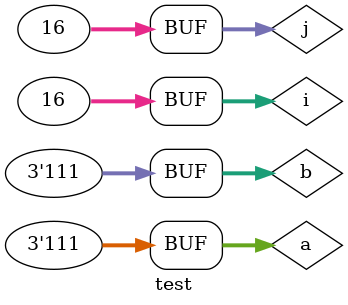
<source format=v>


module three_bits_multiplier(s,a,b);
output [5:0] s;
input [2:0] a;
input [2:0] b;
wire [3:0] c;
wire [3:0] d;
wire [3:0] e;
wire [3:0] f;
wire [4:0] g;
wire [4:0] h;

and AND1 (s[0],a[0],b[0]);
and AND2 (c[0],a[1],b[0]);
and AND3 (c[1],a[2],b[0]);
and AND4 (d[0],a[0],b[1]);
and AND5 (d[1],a[1],b[1]);
and AND6 (d[2],a[2],b[1]);
and AND7 (f[1],a[0],b[2]);
and AND8 (f[2],a[1],b[2]);
and AND9 (f[3],a[2],b[2]);

assign c[2] = 0;
assign c[3] = 0;
assign d[0] = d0;
assign d[3] = 0;
assign f[0] = 0;

four_bits_fulladder_nor FBFA1 (g,c,d);

assign e[0] = g[0];
assign e[1] = g[1];
assign e[2] = g[2];
assign e[3] = g[3];

four_bits_fulladder_nor FBFA2 (h,e,f);

assign s[1] = h[0];
assign s[2] = h[1];
assign s[3] = h[2];
assign s[4] = h[3];
assign s[5] = h[4];

endmodule //three_bits_multiplier

// ------------------------------------
// -- 4 bits full adder with NOR gate
// ------------------------------------

module four_bits_fulladder_nor (c,a,b);
output [4:0] c;
input [3:0] a;
input [3:0] b;


halfadder_nor HA1 (c[0],carry1,a[0],b[0]);
fulladder_nor FA1 (c[1],carry2,a[1],b[1],carry1);
fulladder_nor FA2 (c[2],carry3,a[2],b[2],carry2);
fulladder_nor FA3 (c[3],c[4],a[3],b[3],carry3);

endmodule // 4_bits_full_adder_nor


// -------------------------------
// -- full adder with NOR gate
// -------------------------------

module fulladder_nor (c0,c1,r,s,t);
output c0,c1;
input r,s,t;
wire carry1,carry2,cout;

halfadder_nor HA1 (cout,carry1,r,s);
halfadder_nor HA2 (c0,carry2,cout,t);
or_nor OR1 (c1,carry1,carry2);

endmodule // full_adder

// -------------------------------
// -- half adder with NOR gate
// -------------------------------

module halfadder_nor (s0, s1, a, b);
 output s0,s1;
 input  a, b;
 
  xor_nor XOR1 (s0,a,b);
  and_nor AND1 (s1,a,b);

endmodule // halfadder_nor

// ---------------------
// -- xor with NOR gate
// ---------------------

module xor_nor (s, a, b);
 output s;
 input  a, b;
 wire temp1,temp2,temp3,temp4,temp5,temp6;
 
  nor NOR1 (temp1,b,b);
  nor NOR2 (temp2,a,a);
  nor NOR3 (temp3,a,temp1);
  nor NOR4 (temp4,b,temp2);
  nor NOR5 (temp5, temp3, temp4); 
  nor NOR6 (s, temp5, temp5); 
  
endmodule // xor_nor


// ---------------------
// -- and with NOR gate
// ---------------------

module and_nor (s, a, b);
 output s;
 input  a, b;
 wire temp1,temp2;
 
  nor NOR1 (temp1,a,a);
  nor NOR2 (temp2,b,b);
  nor NOR3 (s, temp1,temp2);

endmodule // and_nor

// ---------------------
// -- or with NOR gate
// ---------------------

module or_nor (s, a, b);
 output s;
 input  a, b;
 wire temp1;
 
  nor NOR1 (temp1,a,b);
  nor NOR2 (s,temp1,temp1);
  
endmodule // or_nor


// ----------------------------------
// -- test three_bits_multiplier
// ----------------------------------

module test;
 reg [2:0]  a;
 reg [2:0]  b;
 wire [5:0] c;
 integer i,j;
          
// instancia
 three_bits_multiplier TBM1 (c,a,b);
 
initial begin:start
      a=0; b=0;
 end
 
 
 // parte principal
 initial begin:main
      $display("Guia 05_03 - Alyson Deives - 416589");
      $display("MULTIPLICADOR de 3 bits\n");
		$display("\n   A   x   B  =   S  \n");
		$monitor("  %b%b%b x %b%b%b = %b%b%b%b%b%b", a[2],a[1],a[0],b[2],b[1],b[0],c[5],c[4],c[3],c[2],c[1],c[0]); 
  for(i=0;i<=15;i=i+1) 
  	begin
	
  		for(j=0;j<=15;j=j+1) 
  			begin
			#1 a = i;b=j;
								 			 
  		end	
  end 
end    

endmodule // test three_bits_multiplier

	// -----------------------------
	// -- TESTE
	// -----------------------------
	//-- Guia 05_03 - Alyson Deives - 416589
	//-- MULTIPLICADOR de 3 bits
    
    // --  A   x   B  =   S  
    
    // --  000 x 000 = 000000
    // --  000 x 001 = 000000
    // --  000 x 010 = 000000
    // --  000 x 011 = 000000
    // --  000 x 100 = 000000
    // --  000 x 101 = 000000
    // --  000 x 110 = 000000
    // --  000 x 111 = 000000
    // --  000 x 000 = 000000
    // --  000 x 001 = 000000
    // --  000 x 010 = 000000
    // --  000 x 011 = 000000
    // --  000 x 100 = 000000
    // --  000 x 101 = 000000
    // --  000 x 110 = 000000
    // --  000 x 111 = 000000
    // --  001 x 000 = 000000
    // --  001 x 001 = 000001
    // --  001 x 010 = 000010
    // --  001 x 011 = 000011
    // --  001 x 100 = 000100
    // --  001 x 101 = 000101
    // --  001 x 110 = 000110
    // --  001 x 111 = 000111
    // --  001 x 000 = 000000
    // --  001 x 001 = 000001
    // --  001 x 010 = 000010
    // --  001 x 011 = 000011
    // --  001 x 100 = 000100
    // --  001 x 101 = 000101
    // --  001 x 110 = 000110
    // --  001 x 111 = 000111
    // --  010 x 000 = 000000
    // --  010 x 001 = 000010
    // --  010 x 010 = 000100
    // --  010 x 011 = 000110
    // --  010 x 100 = 001000
    // --  010 x 101 = 001010
    // --  010 x 110 = 001100
    // --  010 x 111 = 001110
    // --  010 x 000 = 000000
    // --  010 x 001 = 000010
    // --  010 x 010 = 000100
    // --  010 x 011 = 000110
    // --  010 x 100 = 001000
    // --  010 x 101 = 001010
    // --  010 x 110 = 001100
    // --  010 x 111 = 001110
    // --  011 x 000 = 000000
    // --  011 x 001 = 000011
    // --  011 x 010 = 000110
    // --  011 x 011 = 001001
    // --  011 x 100 = 001100
    // --  011 x 101 = 001111
    // --  011 x 110 = 010010
    // --  011 x 111 = 010101
    // --  011 x 000 = 000000
    // --  011 x 001 = 000011
    // --  011 x 010 = 000110
    // --  011 x 011 = 001001
    // --  011 x 100 = 001100
    // --  011 x 101 = 001111
    // --  011 x 110 = 010010
    // --  011 x 111 = 010101
    // --  100 x 000 = 000000
    // --  100 x 001 = 000100
    // --  100 x 010 = 001000
    // --  100 x 011 = 001100
    // --  100 x 100 = 010000
    // --  100 x 101 = 010100
    // --  100 x 110 = 011000
    // --  100 x 111 = 011100
    // --  100 x 000 = 000000
    // --  100 x 001 = 000100
    // --  100 x 010 = 001000
    // --  100 x 011 = 001100
    // --  100 x 100 = 010000
    // --  100 x 101 = 010100
    // --  100 x 110 = 011000
    // --  100 x 111 = 011100
    // --  101 x 000 = 000000
    // --  101 x 001 = 000101
    // --  101 x 010 = 001010
    // --  101 x 011 = 001111
    // --  101 x 100 = 010100
    // --  101 x 101 = 011001
    // --  101 x 110 = 011110
    // --  101 x 111 = 100011
    // --  101 x 000 = 000000
    // --  101 x 001 = 000101
    // --  101 x 010 = 001010
    // --  101 x 011 = 001111
    // --  101 x 100 = 010100
    // --  101 x 101 = 011001
    // --  101 x 110 = 011110
    // --  101 x 111 = 100011
    // --  110 x 000 = 000000
    // --  110 x 001 = 000110
    // --  110 x 010 = 001100
    // --  110 x 011 = 010010
    // --  110 x 100 = 011000
    // --  110 x 101 = 011110
    // --  110 x 110 = 100100
    // --  110 x 111 = 101010
    // --  110 x 000 = 000000
    // --  110 x 001 = 000110
    // --  110 x 010 = 001100
    // --  110 x 011 = 010010
    // --  110 x 100 = 011000
    // --  110 x 101 = 011110
    // --  110 x 110 = 100100
    // --  110 x 111 = 101010
    // --  111 x 000 = 000000
    // --  111 x 001 = 000111
    // --  111 x 010 = 001110
    // --  111 x 011 = 010101
    // --  111 x 100 = 011100
    // --  111 x 101 = 100011
    // --  111 x 110 = 101010
    // --  111 x 111 = 110001
    // --  111 x 000 = 000000
    // --  111 x 001 = 000111
    // --  111 x 010 = 001110
    // --  111 x 011 = 010101
    // --  111 x 100 = 011100
    // --  111 x 101 = 100011
    // --  111 x 110 = 101010
    // --  111 x 111 = 110001
    // --  000 x 000 = 000000
    // --  000 x 001 = 000000
    // --  000 x 010 = 000000
    // --  000 x 011 = 000000
    // --  000 x 100 = 000000
    // --  000 x 101 = 000000
    // --  000 x 110 = 000000
    // --  000 x 111 = 000000
    // --  000 x 000 = 000000
    // --  000 x 001 = 000000
    // --  000 x 010 = 000000
    // --  000 x 011 = 000000
    // --  000 x 100 = 000000
    // --  000 x 101 = 000000
    // --  000 x 110 = 000000
    // --  000 x 111 = 000000
    // --  001 x 000 = 000000
    // --  001 x 001 = 000001
    // --  001 x 010 = 000010
    // --  001 x 011 = 000011
    // --  001 x 100 = 000100
    // --  001 x 101 = 000101
    // --  001 x 110 = 000110
    // --  001 x 111 = 000111
    // --  001 x 000 = 000000
    // --  001 x 001 = 000001
    // --  001 x 010 = 000010
    // --  001 x 011 = 000011
    // --  001 x 100 = 000100
    // --  001 x 101 = 000101
    // --  001 x 110 = 000110
    // --  001 x 111 = 000111
    // --  010 x 000 = 000000
    // --  010 x 001 = 000010
    // --  010 x 010 = 000100
    // --  010 x 011 = 000110
    // --  010 x 100 = 001000
    // --  010 x 101 = 001010
    // --  010 x 110 = 001100
    // --  010 x 111 = 001110
    // --  010 x 000 = 000000
    // --  010 x 001 = 000010
    // --  010 x 010 = 000100
    // --  010 x 011 = 000110
    // --  010 x 100 = 001000
    // --  010 x 101 = 001010
    // --  010 x 110 = 001100
    // --  010 x 111 = 001110
    // --  011 x 000 = 000000
    // --  011 x 001 = 000011
    // --  011 x 010 = 000110
    // --  011 x 011 = 001001
    // --  011 x 100 = 001100
    // --  011 x 101 = 001111
    // --  011 x 110 = 010010
    // --  011 x 111 = 010101
    // --  011 x 000 = 000000
    // --  011 x 001 = 000011
    // --  011 x 010 = 000110
    // --  011 x 011 = 001001
    // --  011 x 100 = 001100
    // --  011 x 101 = 001111
    // --  011 x 110 = 010010
    // --  011 x 111 = 010101
    // --  100 x 000 = 000000
    // --  100 x 001 = 000100
    // --  100 x 010 = 001000
    // --  100 x 011 = 001100
    // --  100 x 100 = 010000
    // --  100 x 101 = 010100
    // --  100 x 110 = 011000
    // --  100 x 111 = 011100
    // --  100 x 000 = 000000
    // --  100 x 001 = 000100
    // --  100 x 010 = 001000
    // --  100 x 011 = 001100
    // --  100 x 100 = 010000
    // --  100 x 101 = 010100
    // --  100 x 110 = 011000
    // --  100 x 111 = 011100
    // --  101 x 000 = 000000
    // --  101 x 001 = 000101
    // --  101 x 010 = 001010
    // --  101 x 011 = 001111
    // --  101 x 100 = 010100
    // --  101 x 101 = 011001
    // --  101 x 110 = 011110
    // --  101 x 111 = 100011
    // --  101 x 000 = 000000
    // --  101 x 001 = 000101
    // --  101 x 010 = 001010
    // --  101 x 011 = 001111
    // --  101 x 100 = 010100
    // --  101 x 101 = 011001
    // --  101 x 110 = 011110
    // --  101 x 111 = 100011
    // --  110 x 000 = 000000
    // --  110 x 001 = 000110
    // --  110 x 010 = 001100
    // --  110 x 011 = 010010
    // --  110 x 100 = 011000
    // --  110 x 101 = 011110
    // --  110 x 110 = 100100
    // --  110 x 111 = 101010
    // --  110 x 000 = 000000
    // --  110 x 001 = 000110
    // --  110 x 010 = 001100
    // --  110 x 011 = 010010
    // --  110 x 100 = 011000
    // --  110 x 101 = 011110
    // --  110 x 110 = 100100
    // --  110 x 111 = 101010
    // --  111 x 000 = 000000
    // --  111 x 001 = 000111
    // --  111 x 010 = 001110
    // --  111 x 011 = 010101
    // --  111 x 100 = 011100
    // --  111 x 101 = 100011
    // --  111 x 110 = 101010
    // --  111 x 111 = 110001
    // --  111 x 000 = 000000
    // --  111 x 001 = 000111
    // --  111 x 010 = 001110
    // --  111 x 011 = 010101
    // --  111 x 100 = 011100
    // --  111 x 101 = 100011
    // --  111 x 110 = 101010
    // --  111 x 111 = 110001

</source>
